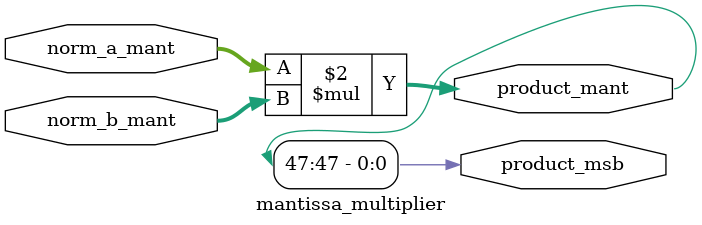
<source format=v>
module mantissa_multiplier (
    input [23:0] norm_a_mant,
    input [23:0] norm_b_mant,
    output reg [47:0] product_mant,
    output reg product_msb
);
    always @(*) begin
        // Multiply mantissas (24 bits × 24 bits → 48 bits)
        product_mant = norm_a_mant * norm_b_mant;
        // Check if product is ≥ 2.0 (MSB set)
        product_msb = product_mant[47];
    end
endmodule
</source>
